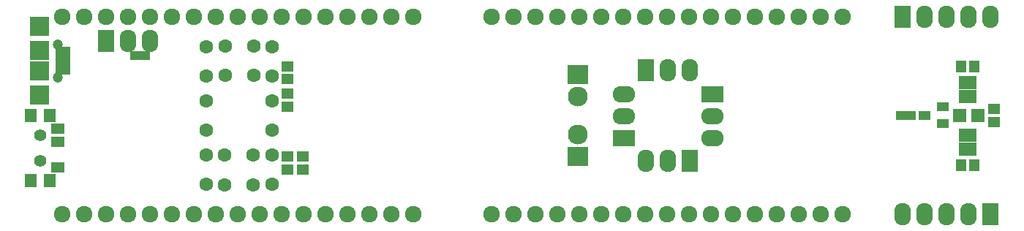
<source format=gbr>
%TF.GenerationSoftware,KiCad,Pcbnew,4.1.0-alpha+201607250105+6992~46~ubuntu15.10.1-product*%
%TF.CreationDate,2016-10-28T12:30:36+02:00*%
%TF.ProjectId,robot1,726F626F74312E6B696361645F706362,rev?*%
%TF.FileFunction,Soldermask,Bot*%
%FSLAX46Y46*%
G04 Gerber Fmt 4.6, Leading zero omitted, Abs format (unit mm)*
G04 Created by KiCad (PCBNEW 4.1.0-alpha+201607250105+6992~46~ubuntu15.10.1-product) date Fri Oct 28 12:30:36 2016*
%MOMM*%
%LPD*%
G01*
G04 APERTURE LIST*
%ADD10C,0.100000*%
%ADD11R,1.299160X1.400760*%
%ADD12R,1.400760X1.299160*%
%ADD13R,1.924000X2.599640*%
%ADD14O,1.924000X2.599640*%
%ADD15R,1.200100X1.098500*%
%ADD16R,2.599640X1.924000*%
%ADD17O,2.599640X1.924000*%
%ADD18R,2.297380X2.297380*%
%ADD19R,1.748740X0.798780*%
%ADD20R,1.746200X0.798780*%
%ADD21C,1.197560*%
%ADD22R,0.750000X1.600000*%
%ADD23R,1.400000X1.550000*%
%ADD24R,1.600000X1.200000*%
%ADD25C,1.400000*%
%ADD26R,1.598880X1.598880*%
%ADD27R,2.400000X2.300000*%
%ADD28C,2.300000*%
%ADD29R,1.400760X0.999440*%
%ADD30C,1.600000*%
%ADD31C,1.924000*%
G04 APERTURE END LIST*
D10*
G36*
X206643000Y-91056000D02*
X207093000Y-91056000D01*
X207093000Y-91956000D01*
X206643000Y-91956000D01*
X206643000Y-91056000D01*
G37*
G36*
X207293000Y-91056000D02*
X207743000Y-91056000D01*
X207743000Y-91956000D01*
X207293000Y-91956000D01*
X207293000Y-91056000D01*
G37*
G36*
X207943000Y-91056000D02*
X208393000Y-91056000D01*
X208393000Y-91956000D01*
X207943000Y-91956000D01*
X207943000Y-91056000D01*
G37*
G36*
X207943000Y-92956000D02*
X208393000Y-92956000D01*
X208393000Y-93856000D01*
X207943000Y-93856000D01*
X207943000Y-92956000D01*
G37*
G36*
X207293000Y-92956000D02*
X207743000Y-92956000D01*
X207743000Y-93856000D01*
X207293000Y-93856000D01*
X207293000Y-92956000D01*
G37*
G36*
X206643000Y-92956000D02*
X207093000Y-92956000D01*
X207093000Y-93856000D01*
X206643000Y-93856000D01*
X206643000Y-92956000D01*
G37*
G36*
X208393000Y-99952000D02*
X207943000Y-99952000D01*
X207943000Y-99052000D01*
X208393000Y-99052000D01*
X208393000Y-99952000D01*
G37*
G36*
X207743000Y-99952000D02*
X207293000Y-99952000D01*
X207293000Y-99052000D01*
X207743000Y-99052000D01*
X207743000Y-99952000D01*
G37*
G36*
X207093000Y-99952000D02*
X206643000Y-99952000D01*
X206643000Y-99052000D01*
X207093000Y-99052000D01*
X207093000Y-99952000D01*
G37*
G36*
X207093000Y-98052000D02*
X206643000Y-98052000D01*
X206643000Y-97152000D01*
X207093000Y-97152000D01*
X207093000Y-98052000D01*
G37*
G36*
X207743000Y-98052000D02*
X207293000Y-98052000D01*
X207293000Y-97152000D01*
X207743000Y-97152000D01*
X207743000Y-98052000D01*
G37*
G36*
X208393000Y-98052000D02*
X207943000Y-98052000D01*
X207943000Y-97152000D01*
X208393000Y-97152000D01*
X208393000Y-98052000D01*
G37*
D11*
X208269840Y-89789000D03*
X206766160Y-89789000D03*
X206766160Y-101219000D03*
X208269840Y-101219000D03*
D12*
X130556000Y-100213160D03*
X130556000Y-101716840D03*
X128778000Y-100213160D03*
X128778000Y-101716840D03*
X128778000Y-89789000D03*
X128778000Y-91292680D03*
X128778000Y-94477840D03*
X128778000Y-92974160D03*
D13*
X107823000Y-86868000D03*
D14*
X110363000Y-86868000D03*
X112903000Y-86868000D03*
D12*
X210566000Y-94752160D03*
X210566000Y-96255840D03*
D15*
X112308640Y-88519000D03*
X111211360Y-88519000D03*
X200954640Y-95456920D03*
X199857360Y-95456920D03*
D13*
X175325532Y-100780338D03*
D14*
X172785532Y-100780338D03*
X170245532Y-100780338D03*
D16*
X167705532Y-98113338D03*
D17*
X167705532Y-95573338D03*
X167705532Y-93033338D03*
D13*
X170245532Y-90239338D03*
D14*
X172785532Y-90239338D03*
X175325532Y-90239338D03*
D16*
X177992532Y-93033338D03*
D17*
X177992532Y-95573338D03*
X177992532Y-98113338D03*
D18*
X100076000Y-90352880D03*
X100076000Y-87955120D03*
X100076000Y-85204300D03*
X100076000Y-93103700D03*
D19*
X102750620Y-90454480D03*
D20*
X102750620Y-89801700D03*
X102750620Y-89154000D03*
X102750620Y-88506300D03*
X102750620Y-87853520D03*
D21*
X102222300Y-87256620D03*
X102224840Y-91053920D03*
D22*
X206868000Y-91656000D03*
X207518000Y-91656000D03*
X208168000Y-91656000D03*
X208168000Y-93256000D03*
X207518000Y-93256000D03*
X206868000Y-93256000D03*
X208168000Y-99352000D03*
X207518000Y-99352000D03*
X206868000Y-99352000D03*
X206868000Y-97752000D03*
X207518000Y-97752000D03*
X208168000Y-97752000D03*
D23*
X99032000Y-103035000D03*
X101307000Y-103035000D03*
X101307000Y-95535000D03*
X99032000Y-95535000D03*
D24*
X102232000Y-101535000D03*
X102232000Y-98535000D03*
X102232000Y-97035000D03*
D25*
X100182000Y-100785000D03*
X100182000Y-97785000D03*
D26*
X208694020Y-95504000D03*
X206595980Y-95504000D03*
D27*
X162371532Y-100272338D03*
D28*
X162371532Y-97732338D03*
D27*
X162371532Y-90747338D03*
D28*
X162371532Y-93287338D03*
D29*
X204637640Y-94504420D03*
X202524360Y-95456920D03*
X204637640Y-96409420D03*
D30*
X121541000Y-103505000D03*
X121541000Y-100105000D03*
X124841000Y-100105000D03*
X124841000Y-103505000D03*
X126991000Y-103455000D03*
X119391000Y-103455000D03*
X126991000Y-100055000D03*
X119391000Y-100055000D03*
X126991000Y-97155000D03*
X119391000Y-97155000D03*
X124850000Y-87470000D03*
X124850000Y-90870000D03*
X121550000Y-90870000D03*
X121550000Y-87470000D03*
X119400000Y-87520000D03*
X127000000Y-87520000D03*
X119400000Y-90920000D03*
X127000000Y-90920000D03*
X119400000Y-93820000D03*
X127000000Y-93820000D03*
D31*
X143383000Y-106934000D03*
X140843000Y-106934000D03*
X138303000Y-106934000D03*
X135763000Y-106934000D03*
X133223000Y-106934000D03*
X130683000Y-106934000D03*
X128143000Y-106934000D03*
X125603000Y-106934000D03*
X123063000Y-106934000D03*
X120523000Y-106934000D03*
X117983000Y-106934000D03*
X115443000Y-106934000D03*
X112903000Y-106934000D03*
X110363000Y-106934000D03*
X107823000Y-106934000D03*
X105283000Y-106934000D03*
X102743000Y-106934000D03*
X102743000Y-84074000D03*
X105283000Y-84074000D03*
X107823000Y-84074000D03*
X110363000Y-84074000D03*
X112903000Y-84074000D03*
X115443000Y-84074000D03*
X117983000Y-84074000D03*
X120523000Y-84074000D03*
X123063000Y-84074000D03*
X125603000Y-84074000D03*
X128143000Y-84074000D03*
X130683000Y-84074000D03*
X133223000Y-84074000D03*
X135763000Y-84074000D03*
X138303000Y-84074000D03*
X140843000Y-84074000D03*
X143383000Y-84074000D03*
X193040000Y-106934000D03*
X190500000Y-106934000D03*
X187960000Y-106934000D03*
X185420000Y-106934000D03*
X182880000Y-106934000D03*
X180340000Y-106934000D03*
X177800000Y-106934000D03*
X175260000Y-106934000D03*
X172720000Y-106934000D03*
X170180000Y-106934000D03*
X167640000Y-106934000D03*
X165100000Y-106934000D03*
X162560000Y-106934000D03*
X160020000Y-106934000D03*
X157480000Y-106934000D03*
X154940000Y-106934000D03*
X152400000Y-106934000D03*
X152400000Y-84074000D03*
X154940000Y-84074000D03*
X157480000Y-84074000D03*
X160020000Y-84074000D03*
X162560000Y-84074000D03*
X165100000Y-84074000D03*
X167640000Y-84074000D03*
X170180000Y-84074000D03*
X172720000Y-84074000D03*
X175260000Y-84074000D03*
X177800000Y-84074000D03*
X180340000Y-84074000D03*
X182880000Y-84074000D03*
X185420000Y-84074000D03*
X187960000Y-84074000D03*
X190500000Y-84074000D03*
X193040000Y-84074000D03*
D13*
X200025000Y-84074000D03*
D14*
X202565000Y-84074000D03*
X205105000Y-84074000D03*
X207645000Y-84074000D03*
X210185000Y-84074000D03*
D13*
X210185000Y-106934000D03*
D14*
X207645000Y-106934000D03*
X205105000Y-106934000D03*
X202565000Y-106934000D03*
X200025000Y-106934000D03*
M02*

</source>
